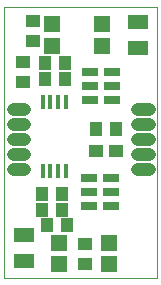
<source format=gts>
G75*
G70*
%OFA0B0*%
%FSLAX24Y24*%
%IPPOS*%
%LPD*%
%AMOC8*
5,1,8,0,0,1.08239X$1,22.5*
%
%ADD10C,0.0000*%
%ADD11R,0.0555X0.0555*%
%ADD12R,0.0670X0.0512*%
%ADD13R,0.0434X0.0473*%
%ADD14R,0.0473X0.0434*%
%ADD15R,0.0178X0.0512*%
%ADD16R,0.0534X0.0316*%
%ADD17C,0.0417*%
D10*
X000900Y000980D02*
X000900Y010035D01*
X006018Y010035D01*
X006018Y000980D01*
X000900Y000980D01*
D11*
X002753Y001459D03*
X002753Y002167D03*
X004406Y002167D03*
X004406Y001459D03*
X004165Y008729D03*
X004165Y009438D03*
X002512Y009438D03*
X002512Y008729D03*
D12*
X005382Y008649D03*
X005382Y009516D03*
X001578Y002434D03*
X001578Y001568D03*
D13*
X002325Y002740D03*
X002165Y003260D03*
X002165Y003780D03*
X002835Y003780D03*
X002835Y003260D03*
X002995Y002740D03*
X003965Y005940D03*
X004635Y005940D03*
X002955Y007620D03*
X002955Y008140D03*
X002285Y008140D03*
X002285Y007620D03*
D14*
X001540Y007525D03*
X001540Y008195D03*
X001860Y008885D03*
X001860Y009555D03*
X003965Y005220D03*
X004635Y005220D03*
X003620Y002115D03*
X003620Y001445D03*
D15*
X002964Y004548D03*
X002708Y004548D03*
X002452Y004548D03*
X002196Y004548D03*
X002196Y006852D03*
X002452Y006852D03*
X002708Y006852D03*
X002964Y006852D03*
D16*
X003766Y006908D03*
X003766Y007380D03*
X003766Y007852D03*
X004514Y007852D03*
X004514Y007380D03*
X004514Y006908D03*
X004474Y004332D03*
X004474Y003860D03*
X004474Y003388D03*
X003726Y003388D03*
X003726Y003860D03*
X003726Y004332D03*
D17*
X005351Y004620D02*
X005729Y004620D01*
X005729Y005120D02*
X005351Y005120D01*
X005351Y005620D02*
X005729Y005620D01*
X005729Y006120D02*
X005351Y006120D01*
X005351Y006620D02*
X005729Y006620D01*
X001569Y006620D02*
X001191Y006620D01*
X001191Y006120D02*
X001569Y006120D01*
X001569Y005620D02*
X001191Y005620D01*
X001191Y005120D02*
X001569Y005120D01*
X001569Y004620D02*
X001191Y004620D01*
M02*

</source>
